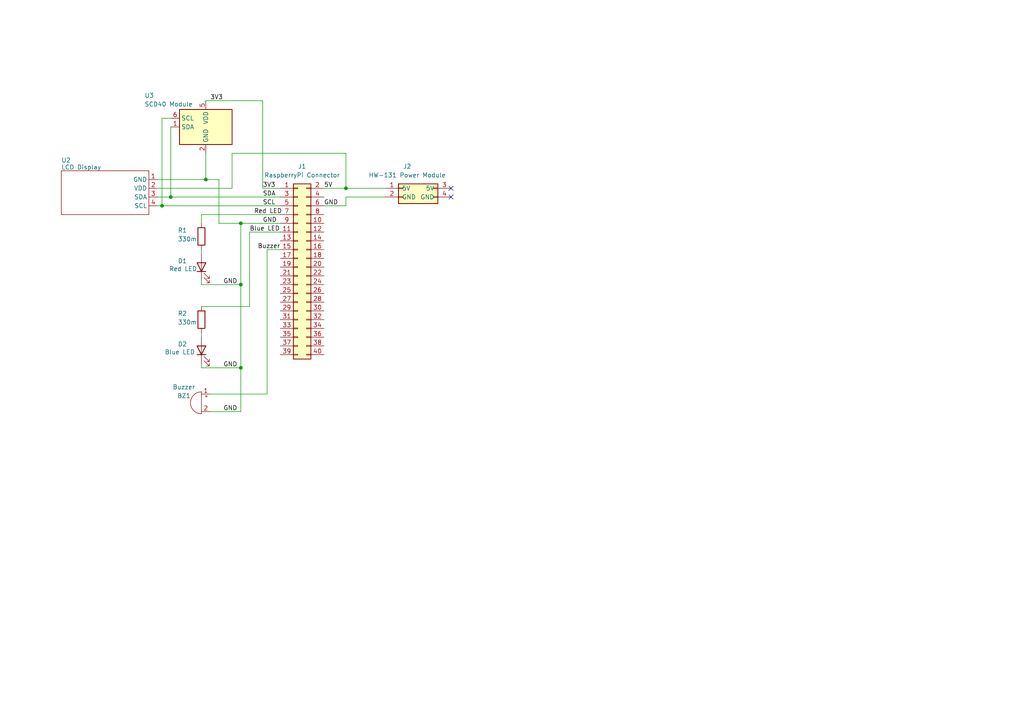
<source format=kicad_sch>
(kicad_sch (version 20231120) (generator "eeschema") (generator_version "8.0")
  (paper "A4")
  (lib_symbols
    (symbol "1 MyLibrary:I2C_LCD_Display"
      (property "Reference" "U2" (at -12.192 7.366 0))
      (property "Value" "~" (at -7.62 7.366 0))
      (symbol "I2C_LCD_Display_0_1"
        (rectangle (start -12.7 6.35) (end 12.7 -6.35))
      )
      (symbol "I2C_LCD_Display_1_1"
        (pin input line (at 15.24 3.81 180) (length 2.54) (name "GND") (number "1"))
        (pin input line (at 15.24 1.27 180) (length 2.54) (name "VDD") (number "2"))
        (pin input line (at 15.24 -1.27 180) (length 2.54) (name "SDA") (number "3"))
        (pin input line (at 15.24 -3.81 180) (length 2.54) (name "SCL") (number "4"))
      )
    )
    (symbol "Connector_Generic:Conn_02x04_Top_Bottom" (pin_names (offset 1.016))
      (property "Reference" "J2" (at 1.27 8.89 0))
      (property "Value" "HW-131 Power Module" (at 1.27 6.35 0))
      (symbol "Conn_02x04_Top_Bottom_1_1"
        (rectangle (start -1.27 0.127) (end 0 -0.127) (stroke (width 0.1524)))
        (rectangle (start -1.27 2.667) (end 0 2.413) (stroke (width 0.1524)))
        (rectangle (start -1.27 3.81) (end 10.16 -1.905) (stroke (width 0.254)) (fill (type background)))
        (rectangle (start 8.89 0.127) (end 10.16 -0.127) (stroke (width 0.1524)))
        (rectangle (start 8.89 2.667) (end 10.16 2.413) (stroke (width 0.1524)))
        (pin passive line (at -5.08 2.54 0) (length 3.81) (name "5V") (number "1"))
        (pin passive line (at -5.08 0 0) (length 3.81) (name "GND") (number "2"))
        (pin passive line (at 13.97 2.54 180) (length 3.81) (name "5V") (number "3"))
        (pin passive line (at 13.97 0 180) (length 3.81) (name "GND") (number "4"))
      )
    )
    (symbol "Connector_Generic:Conn_02x20_Odd_Even" (pin_names (offset 1.016) hide)
      (property "Reference" "J" (at 1.27 25.4 0))
      (property "Value" "Conn_02x20_Odd_Even" (at 1.27 -27.94 0))
      (symbol "Conn_02x20_Odd_Even_1_1"
        (rectangle (start -1.27 -25.273) (end 0 -25.527) (stroke (width 0.1524)))
        (rectangle (start -1.27 -22.733) (end 0 -22.987) (stroke (width 0.1524)))
        (rectangle (start -1.27 -20.193) (end 0 -20.447) (stroke (width 0.1524)))
        (rectangle (start -1.27 -17.653) (end 0 -17.907) (stroke (width 0.1524)))
        (rectangle (start -1.27 -15.113) (end 0 -15.367) (stroke (width 0.1524)))
        (rectangle (start -1.27 -12.573) (end 0 -12.827) (stroke (width 0.1524)))
        (rectangle (start -1.27 -10.033) (end 0 -10.287) (stroke (width 0.1524)))
        (rectangle (start -1.27 -7.493) (end 0 -7.747) (stroke (width 0.1524)))
        (rectangle (start -1.27 -4.953) (end 0 -5.207) (stroke (width 0.1524)))
        (rectangle (start -1.27 -2.413) (end 0 -2.667) (stroke (width 0.1524)))
        (rectangle (start -1.27 0.127) (end 0 -0.127) (stroke (width 0.1524)))
        (rectangle (start -1.27 2.667) (end 0 2.413) (stroke (width 0.1524)))
        (rectangle (start -1.27 5.207) (end 0 4.953) (stroke (width 0.1524)))
        (rectangle (start -1.27 7.747) (end 0 7.493) (stroke (width 0.1524)))
        (rectangle (start -1.27 10.287) (end 0 10.033) (stroke (width 0.1524)))
        (rectangle (start -1.27 12.827) (end 0 12.573) (stroke (width 0.1524)))
        (rectangle (start -1.27 15.367) (end 0 15.113) (stroke (width 0.1524)))
        (rectangle (start -1.27 17.907) (end 0 17.653) (stroke (width 0.1524)))
        (rectangle (start -1.27 20.447) (end 0 20.193) (stroke (width 0.1524)))
        (rectangle (start -1.27 22.987) (end 0 22.733) (stroke (width 0.1524)))
        (rectangle (start -1.27 24.13) (end 3.81 -26.67) (stroke (width 0.254)) (fill (type background)))
        (rectangle (start 3.81 -25.273) (end 2.54 -25.527) (stroke (width 0.1524)))
        (rectangle (start 3.81 -22.733) (end 2.54 -22.987) (stroke (width 0.1524)))
        (rectangle (start 3.81 -20.193) (end 2.54 -20.447) (stroke (width 0.1524)))
        (rectangle (start 3.81 -17.653) (end 2.54 -17.907) (stroke (width 0.1524)))
        (rectangle (start 3.81 -15.113) (end 2.54 -15.367) (stroke (width 0.1524)))
        (rectangle (start 3.81 -12.573) (end 2.54 -12.827) (stroke (width 0.1524)))
        (rectangle (start 3.81 -10.033) (end 2.54 -10.287) (stroke (width 0.1524)))
        (rectangle (start 3.81 -7.493) (end 2.54 -7.747) (stroke (width 0.1524)))
        (rectangle (start 3.81 -4.953) (end 2.54 -5.207) (stroke (width 0.1524)))
        (rectangle (start 3.81 -2.413) (end 2.54 -2.667) (stroke (width 0.1524)))
        (rectangle (start 3.81 0.127) (end 2.54 -0.127) (stroke (width 0.1524)))
        (rectangle (start 3.81 2.667) (end 2.54 2.413) (stroke (width 0.1524)))
        (rectangle (start 3.81 5.207) (end 2.54 4.953) (stroke (width 0.1524)))
        (rectangle (start 3.81 7.747) (end 2.54 7.493) (stroke (width 0.1524)))
        (rectangle (start 3.81 10.287) (end 2.54 10.033) (stroke (width 0.1524)))
        (rectangle (start 3.81 12.827) (end 2.54 12.573) (stroke (width 0.1524)))
        (rectangle (start 3.81 15.367) (end 2.54 15.113) (stroke (width 0.1524)))
        (rectangle (start 3.81 17.907) (end 2.54 17.653) (stroke (width 0.1524)))
        (rectangle (start 3.81 20.447) (end 2.54 20.193) (stroke (width 0.1524)))
        (rectangle (start 3.81 22.987) (end 2.54 22.733) (stroke (width 0.1524)))
        (pin passive line (at -5.08 22.86 0) (length 3.81) (name "Pin_1") (number "1"))
        (pin passive line (at 7.62 12.7 180) (length 3.81) (name "Pin_10") (number "10"))
        (pin passive line (at -5.08 10.16 0) (length 3.81) (name "Pin_11") (number "11"))
        (pin passive line (at 7.62 10.16 180) (length 3.81) (name "Pin_12") (number "12"))
        (pin passive line (at -5.08 7.62 0) (length 3.81) (name "Pin_13") (number "13"))
        (pin passive line (at 7.62 7.62 180) (length 3.81) (name "Pin_14") (number "14"))
        (pin passive line (at -5.08 5.08 0) (length 3.81) (name "Pin_15") (number "15"))
        (pin passive line (at 7.62 5.08 180) (length 3.81) (name "Pin_16") (number "16"))
        (pin passive line (at -5.08 2.54 0) (length 3.81) (name "Pin_17") (number "17"))
        (pin passive line (at 7.62 2.54 180) (length 3.81) (name "Pin_18") (number "18"))
        (pin passive line (at -5.08 0 0) (length 3.81) (name "Pin_19") (number "19"))
        (pin passive line (at 7.62 22.86 180) (length 3.81) (name "Pin_2") (number "2"))
        (pin passive line (at 7.62 0 180) (length 3.81) (name "Pin_20") (number "20"))
        (pin passive line (at -5.08 -2.54 0) (length 3.81) (name "Pin_21") (number "21"))
        (pin passive line (at 7.62 -2.54 180) (length 3.81) (name "Pin_22") (number "22"))
        (pin passive line (at -5.08 -5.08 0) (length 3.81) (name "Pin_23") (number "23"))
        (pin passive line (at 7.62 -5.08 180) (length 3.81) (name "Pin_24") (number "24"))
        (pin passive line (at -5.08 -7.62 0) (length 3.81) (name "Pin_25") (number "25"))
        (pin passive line (at 7.62 -7.62 180) (length 3.81) (name "Pin_26") (number "26"))
        (pin passive line (at -5.08 -10.16 0) (length 3.81) (name "Pin_27") (number "27"))
        (pin passive line (at 7.62 -10.16 180) (length 3.81) (name "Pin_28") (number "28"))
        (pin passive line (at -5.08 -12.7 0) (length 3.81) (name "Pin_29") (number "29"))
        (pin passive line (at -5.08 20.32 0) (length 3.81) (name "Pin_3") (number "3"))
        (pin passive line (at 7.62 -12.7 180) (length 3.81) (name "Pin_30") (number "30"))
        (pin passive line (at -5.08 -15.24 0) (length 3.81) (name "Pin_31") (number "31"))
        (pin passive line (at 7.62 -15.24 180) (length 3.81) (name "Pin_32") (number "32"))
        (pin passive line (at -5.08 -17.78 0) (length 3.81) (name "Pin_33") (number "33"))
        (pin passive line (at 7.62 -17.78 180) (length 3.81) (name "Pin_34") (number "34"))
        (pin passive line (at -5.08 -20.32 0) (length 3.81) (name "Pin_35") (number "35"))
        (pin passive line (at 7.62 -20.32 180) (length 3.81) (name "Pin_36") (number "36"))
        (pin passive line (at -5.08 -22.86 0) (length 3.81) (name "Pin_37") (number "37"))
        (pin passive line (at 7.62 -22.86 180) (length 3.81) (name "Pin_38") (number "38"))
        (pin passive line (at -5.08 -25.4 0) (length 3.81) (name "Pin_39") (number "39"))
        (pin passive line (at 7.62 20.32 180) (length 3.81) (name "Pin_4") (number "4"))
        (pin passive line (at 7.62 -25.4 180) (length 3.81) (name "Pin_40") (number "40"))
        (pin passive line (at -5.08 17.78 0) (length 3.81) (name "Pin_5") (number "5"))
        (pin passive line (at 7.62 17.78 180) (length 3.81) (name "Pin_6") (number "6"))
        (pin passive line (at -5.08 15.24 0) (length 3.81) (name "Pin_7") (number "7"))
        (pin passive line (at 7.62 15.24 180) (length 3.81) (name "Pin_8") (number "8"))
        (pin passive line (at -5.08 12.7 0) (length 3.81) (name "Pin_9") (number "9"))
      )
    )
    (symbol "Device:Buzzer" (pin_names (offset 0.0254) hide)
      (property "Reference" "BZ" (at 3.81 1.27 0))
      (property "Value" "Buzzer" (at 3.81 -1.27 0))
      (symbol "Buzzer_0_1"
        (arc (start 0 -3.175) (mid 3.1612 0) (end 0 3.175))
        (polyline (pts (xy -1.651 1.905) (xy -1.143 1.905)))
        (polyline (pts (xy -1.397 2.159) (xy -1.397 1.651)))
        (polyline (pts (xy 0 3.175) (xy 0 -3.175)))
      )
      (symbol "Buzzer_1_1"
        (pin passive line (at -2.54 2.54 0) (length 2.54) (name "+") (number "1"))
        (pin passive line (at -2.54 -2.54 0) (length 2.54) (name "-") (number "2"))
      )
    )
    (symbol "Device:LED" (pin_numbers hide) (pin_names (offset 1.016) hide)
      (property "Reference" "D" (at 0 2.54 0))
      (property "Value" "LED" (at 0 -2.54 0))
      (symbol "LED_0_1"
        (polyline (pts (xy -1.27 -1.27) (xy -1.27 1.27)) (stroke (width 0.254)))
        (polyline (pts (xy -1.27 0) (xy 1.27 0)))
        (polyline (pts (xy 1.27 -1.27) (xy 1.27 1.27) (xy -1.27 0) (xy 1.27 -1.27)) (stroke (width 0.254)))
        (polyline (pts (xy -3.048 -0.762) (xy -4.572 -2.286) (xy -3.81 -2.286) (xy -4.572 -2.286) (xy -4.572 -1.524)))
        (polyline (pts (xy -1.778 -0.762) (xy -3.302 -2.286) (xy -2.54 -2.286) (xy -3.302 -2.286) (xy -3.302 -1.524)))
      )
      (symbol "LED_1_1"
        (pin passive line (at -3.81 0 0) (length 2.54) (name "K") (number "1"))
        (pin passive line (at 3.81 0 180) (length 2.54) (name "A") (number "2"))
      )
    )
    (symbol "Device:R" (pin_numbers hide) (pin_names (offset 0))
      (property "Reference" "R" (at 2.032 0 90))
      (property "Value" "R" (at 0 0 90))
      (symbol "R_0_1"
        (rectangle (start -1.016 -2.54) (end 1.016 2.54) (stroke (width 0.254)))
      )
      (symbol "R_1_1"
        (pin passive line (at 0 3.81 270) (length 1.27) (name "~") (number "1"))
        (pin passive line (at 0 -3.81 90) (length 1.27) (name "~") (number "2"))
      )
    )
    (symbol "Sensor_Temperature:Si7050-A20"
      (property "Reference" "U3" (at 8.89 1.2701 0))
      (property "Value" "SCD40 Module" (at 8.89 -1.2699 0))
      (symbol "Si7050-A20_0_1"
        (rectangle (start -7.62 5.08) (end 7.62 -5.08) (stroke (width 0.254)) (fill (type background)))
      )
      (symbol "Si7050-A20_1_1"
        (pin bidirectional line (at -10.16 0 0) (length 2.54) (name "SDA") (number "1"))
        (pin power_in line (at 0 -7.62 90) (length 2.54) (name "GND") (number "2"))
        (pin no_connect line (at 7.62 2.54 180) (length 2.54) hide (name "NC") (number "3"))
        (pin no_connect line (at 7.62 -2.54 180) (length 2.54) hide (name "NC") (number "4"))
        (pin power_in line (at 0 7.62 270) (length 2.54) (name "VDD") (number "5"))
        (pin input line (at -10.16 2.54 0) (length 2.54) (name "SCL") (number "6"))
      )
    )
  )
  (junction (at 46.99 59.69))
  (junction (at 69.85 106.68))
  (junction (at 100.33 54.61))
  (junction (at 69.85 82.55))
  (junction (at 49.53 57.15))
  (junction (at 59.69 52.07))
  (junction (at 69.85 64.77))
  (no_connect (at 130.81 54.61))
  (no_connect (at 130.81 57.15))
  (wire (pts (xy 49.53 36.83) (xy 49.53 57.15)))
  (wire (pts (xy 100.33 54.61) (xy 111.76 54.61)))
  (wire (pts (xy 100.33 44.45) (xy 100.33 54.61)))
  (wire (pts (xy 93.98 54.61) (xy 100.33 54.61)))
  (wire (pts (xy 69.85 82.55) (xy 69.85 106.68)))
  (wire (pts (xy 58.42 62.23) (xy 81.28 62.23)))
  (wire (pts (xy 67.31 44.45) (xy 100.33 44.45)))
  (wire (pts (xy 58.42 106.68) (xy 58.42 105.41)))
  (wire (pts (xy 72.39 88.9) (xy 58.42 88.9)))
  (wire (pts (xy 45.72 52.07) (xy 59.69 52.07)))
  (wire (pts (xy 58.42 96.52) (xy 58.42 97.79)))
  (wire (pts (xy 77.47 114.3) (xy 60.96 114.3)))
  (wire (pts (xy 49.53 34.29) (xy 46.99 34.29)))
  (wire (pts (xy 59.69 52.07) (xy 63.5 52.07)))
  (wire (pts (xy 67.31 44.45) (xy 67.31 54.61)))
  (wire (pts (xy 63.5 64.77) (xy 69.85 64.77)))
  (wire (pts (xy 59.69 44.45) (xy 59.69 52.07)))
  (wire (pts (xy 76.2 29.21) (xy 76.2 54.61)))
  (wire (pts (xy 46.99 34.29) (xy 46.99 59.69)))
  (wire (pts (xy 58.42 82.55) (xy 58.42 81.28)))
  (wire (pts (xy 49.53 57.15) (xy 81.28 57.15)))
  (wire (pts (xy 58.42 64.77) (xy 58.42 62.23)))
  (wire (pts (xy 46.99 59.69) (xy 81.28 59.69)))
  (wire (pts (xy 69.85 119.38) (xy 69.85 106.68)))
  (wire (pts (xy 69.85 64.77) (xy 69.85 82.55)))
  (wire (pts (xy 45.72 57.15) (xy 49.53 57.15)))
  (wire (pts (xy 45.72 54.61) (xy 67.31 54.61)))
  (wire (pts (xy 100.33 57.15) (xy 100.33 59.69)))
  (wire (pts (xy 72.39 67.31) (xy 72.39 88.9)))
  (wire (pts (xy 63.5 52.07) (xy 63.5 64.77)))
  (wire (pts (xy 93.98 59.69) (xy 100.33 59.69)))
  (wire (pts (xy 59.69 29.21) (xy 76.2 29.21)))
  (wire (pts (xy 58.42 72.39) (xy 58.42 73.66)))
  (wire (pts (xy 58.42 106.68) (xy 69.85 106.68)))
  (wire (pts (xy 77.47 72.39) (xy 81.28 72.39)))
  (wire (pts (xy 58.42 82.55) (xy 69.85 82.55)))
  (wire (pts (xy 77.47 72.39) (xy 77.47 114.3)))
  (wire (pts (xy 76.2 54.61) (xy 81.28 54.61)))
  (wire (pts (xy 100.33 57.15) (xy 111.76 57.15)))
  (wire (pts (xy 69.85 64.77) (xy 81.28 64.77)))
  (wire (pts (xy 81.28 67.31) (xy 72.39 67.31)))
  (wire (pts (xy 60.96 119.38) (xy 69.85 119.38)))
  (wire (pts (xy 45.72 59.69) (xy 46.99 59.69)))
  (label "SCL" (at 76.2 59.69 0))
  (label "Red LED" (at 73.66 62.23 0))
  (label "SDA" (at 76.2 57.15 0))
  (label "3V3" (at 60.96 29.21 0))
  (label "GND" (at 76.2 64.77 0))
  (label "3V3" (at 76.2 54.61 0))
  (label "5V" (at 93.98 54.61 0))
  (label "Buzzer" (at 81.28 72.39 180))
  (label "GND" (at 93.98 59.69 0))
  (label "GND" (at 64.77 106.68 0))
  (label "GND" (at 64.77 82.55 0))
  (label "GND" (at 64.77 119.38 0))
  (label "Blue LED" (at 72.39 67.31 0))
  (symbol (lib_id "Sensor_Temperature:Si7050-A20") (at 59.69 36.83 0) (unit 1)
    (property "Reference" "U3" (at 41.91 27.686 0) (effects (justify left)))
    (property "Value" "SCD40 Module" (at 41.91 30.226 0) (effects (justify left)))
    (property "Footprint" "Package_DFN_QFN:DFN-6-1EP_3x3mm_P1mm_EP1.65x2.55mm" (effects (hide yes)))
    (property "Datasheet" "https://www.silabs.com/documents/public/data-sheets/Si7050-1-3-4-5-A20.pdf" (effects (hide yes)))
    (property "Description" "I2C Temperature Sensor, ±1.0ºC, DFN-6" (effects (hide yes)))
  )
  (symbol (lib_id "Connector_Generic:Conn_02x20_Odd_Even") (at 86.36 77.47 0) (unit 1)
    (property "Reference" "J1" (at 87.63 48.26 0))
    (property "Value" "RaspberryPi Connector" (at 87.63 50.8 0))
    (property "Footprint" "Connector_PinHeader_2.54mm:PinHeader_2x20_P2.54mm_Vertical" (effects (hide yes)))
    (property "Description" "Generic connector, double row, 02x20, odd/even pin numbering scheme (row 1 odd numbers, row 2 even numbers), script generated (kicad-library-utils/schlib/autogen/connector/)" (effects (hide yes)))
  )
  (symbol (lib_id "Device:R") (at 58.42 92.71 0) (unit 1)
    (property "Reference" "R2" (at 51.562 90.932 0) (effects (justify left)))
    (property "Value" "330m" (at 51.562 93.472 0) (effects (justify left)))
    (property "Description" "Resistor" (effects (hide yes)))
  )
  (symbol (lib_id "Device:LED") (at 58.42 101.6 90) (unit 1)
    (property "Reference" "D2" (at 51.562 99.8221 90) (effects (justify right)))
    (property "Value" "Blue LED" (at 47.752 102.108 90) (effects (justify right)))
    (property "Description" "Light emitting diode" (effects (hide yes)))
  )
  (symbol (lib_id "Device:R") (at 58.42 68.58 0) (unit 1)
    (property "Reference" "R1" (at 51.562 66.802 0) (effects (justify left)))
    (property "Value" "330m" (at 51.562 69.342 0) (effects (justify left)))
    (property "Description" "Resistor" (effects (hide yes)))
  )
  (symbol (lib_id "Device:LED") (at 58.42 77.47 90) (unit 1)
    (property "Reference" "D1" (at 51.562 75.6921 90) (effects (justify right)))
    (property "Value" "Red LED" (at 49.022 77.978 90) (effects (justify right)))
    (property "Description" "Light emitting diode" (effects (hide yes)))
  )
  (symbol (lib_id "Device:Buzzer") (at 58.42 116.84 0) (mirror y) (unit 1)
    (property "Reference" "BZ1" (at 53.34 114.808 0))
    (property "Value" "Buzzer" (at 53.34 112.268 0))
    (property "Description" "Buzzer, polarized" (effects (hide yes)))
  )
  (symbol (lib_id "Connector_Generic:Conn_02x04_Top_Bottom") (at 116.84 57.15 0) (unit 1)
    (property "Reference" "J2" (at 118.11 48.26 0))
    (property "Value" "HW-131 Power Module" (at 118.11 50.8 0))
    (property "Description" "Generic connector, double row, 02x04, top/bottom pin numbering scheme (row 1: 1...pins_per_row, row2: pins_per_row+1 ... num_pins), script generated (kicad-library-utils/schlib/autogen/connector/)" (effects (hide yes)))
  )
  (symbol (lib_id "1 MyLibrary:I2C_LCD_Display") (at 30.48 55.88 0) (unit 1)
    (property "Reference" "U2" (at 17.78 46.482 0) (effects (justify left)))
    (property "Value" "LCD Display" (at 17.78 48.514 0) (effects (justify left)))
  )
)
</source>
